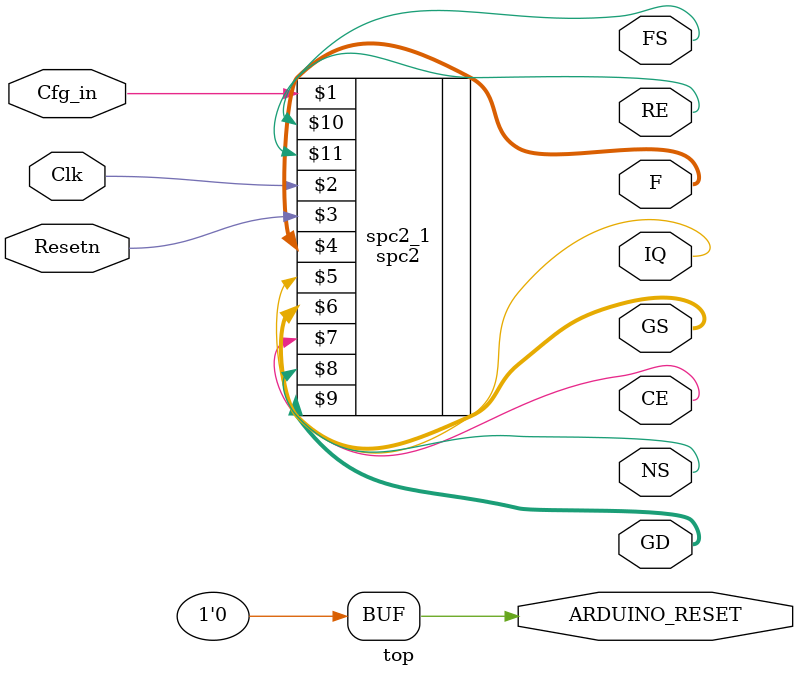
<source format=v>
/*
* PapilioDuo top module of spc2
* top.v
*/

module  top(
Cfg_in,
Clk,
Resetn,
F,
IQ,
GS,
CE,
NS,
GD,
FS,
RE,
ARDUINO_RESET
);


input Cfg_in, Clk, Resetn;

output wire[3:0] F;
output wire IQ;
output wire [3:0] GS;
output wire CE;
output wire NS;
output wire [2:0] GD;
output wire FS;
output wire RE;

output wire ARDUINO_RESET;

assign ARDUINO_RESET = 0;

spc2 spc2_1(Cfg_in,Clk,Resetn,F,IQ,GS,CE,NS,GD,FS,RE);


endmodule

</source>
